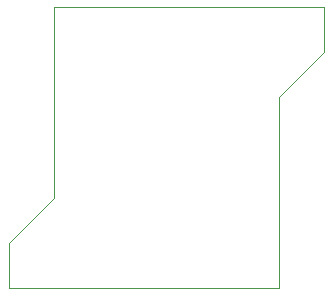
<source format=gbr>
G04 #@! TF.FileFunction,Profile,NP*
%FSLAX46Y46*%
G04 Gerber Fmt 4.6, Leading zero omitted, Abs format (unit mm)*
G04 Created by KiCad (PCBNEW 4.0.7) date 03/02/18 21:06:54*
%MOMM*%
%LPD*%
G01*
G04 APERTURE LIST*
%ADD10C,0.100000*%
G04 APERTURE END LIST*
D10*
X144746480Y-90554980D02*
X148556480Y-86744980D01*
X144746480Y-106747480D02*
X121886480Y-106747480D01*
X121886480Y-106747480D02*
X121886480Y-102937480D01*
X144746480Y-90554980D02*
X144746480Y-106747480D01*
X125696480Y-99127480D02*
X125696480Y-82934980D01*
X125696480Y-82934980D02*
X148556480Y-82934980D01*
X125696480Y-99127480D02*
X121886480Y-102937480D01*
X148556480Y-82934980D02*
X148556480Y-86744980D01*
M02*

</source>
